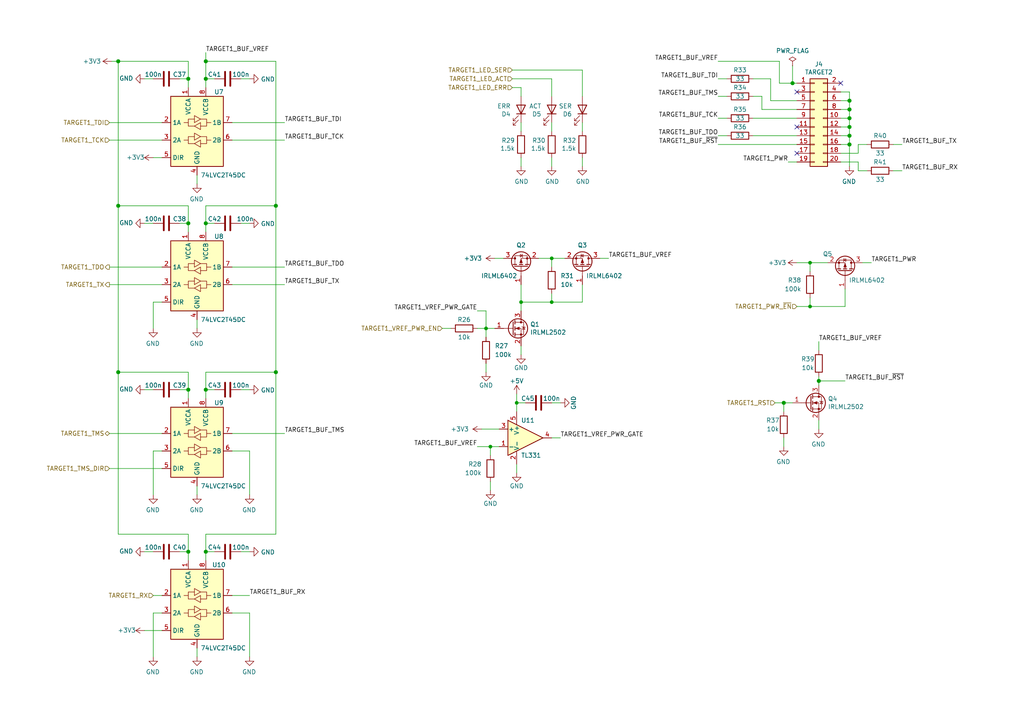
<source format=kicad_sch>
(kicad_sch (version 20210621) (generator eeschema)
  (paper "A4")
  (lib_symbols
    (symbol "Comparator:TL331" (pin_names (offset 0.127))
      (property "Reference" "U" (at 1.27 5.08 0))
      (property "Value" "TL331" (at 3.81 -5.08 0))
      (symbol "TL331_0_1"
        (polyline (pts (xy -5.08 5.08) (xy 5.08 0) (xy -5.08 -5.08) (xy -5.08 5.08)) (stroke (width 0.254)) (fill (type background)))
      )
      (symbol "TL331_1_1"
        (pin input line (at -7.62 -2.54 0) (length 2.54) (name "-") (number "1"))
        (pin power_in line (at -2.54 -7.62 90) (length 3.81) (name "V-") (number "2"))
        (pin input line (at -7.62 2.54 0) (length 2.54) (name "+") (number "3"))
        (pin open_collector line (at 7.62 0 180) (length 2.54) (name "~") (number "4"))
        (pin power_in line (at -2.54 7.62 270) (length 3.81) (name "V+") (number "5"))
      )
    )
    (symbol "Connector_Generic:Conn_02x10_Odd_Even" (pin_names (offset 1.016) hide)
      (property "Reference" "J" (at 1.27 12.7 0))
      (property "Value" "Conn_02x10_Odd_Even" (at 1.27 -15.24 0))
      (symbol "Conn_02x10_Odd_Even_1_1"
        (rectangle (start -1.27 -12.573) (end 0 -12.827) (stroke (width 0.1524)))
        (rectangle (start -1.27 -10.033) (end 0 -10.287) (stroke (width 0.1524)))
        (rectangle (start -1.27 -7.493) (end 0 -7.747) (stroke (width 0.1524)))
        (rectangle (start -1.27 -4.953) (end 0 -5.207) (stroke (width 0.1524)))
        (rectangle (start -1.27 -2.413) (end 0 -2.667) (stroke (width 0.1524)))
        (rectangle (start -1.27 0.127) (end 0 -0.127) (stroke (width 0.1524)))
        (rectangle (start -1.27 2.667) (end 0 2.413) (stroke (width 0.1524)))
        (rectangle (start -1.27 5.207) (end 0 4.953) (stroke (width 0.1524)))
        (rectangle (start -1.27 7.747) (end 0 7.493) (stroke (width 0.1524)))
        (rectangle (start -1.27 10.287) (end 0 10.033) (stroke (width 0.1524)))
        (rectangle (start 3.81 -12.573) (end 2.54 -12.827) (stroke (width 0.1524)))
        (rectangle (start 3.81 -10.033) (end 2.54 -10.287) (stroke (width 0.1524)))
        (rectangle (start 3.81 -7.493) (end 2.54 -7.747) (stroke (width 0.1524)))
        (rectangle (start 3.81 -4.953) (end 2.54 -5.207) (stroke (width 0.1524)))
        (rectangle (start 3.81 -2.413) (end 2.54 -2.667) (stroke (width 0.1524)))
        (rectangle (start 3.81 0.127) (end 2.54 -0.127) (stroke (width 0.1524)))
        (rectangle (start 3.81 2.667) (end 2.54 2.413) (stroke (width 0.1524)))
        (rectangle (start 3.81 5.207) (end 2.54 4.953) (stroke (width 0.1524)))
        (rectangle (start 3.81 7.747) (end 2.54 7.493) (stroke (width 0.1524)))
        (rectangle (start 3.81 10.287) (end 2.54 10.033) (stroke (width 0.1524)))
        (rectangle (start -1.27 11.43) (end 3.81 -13.97) (stroke (width 0.254)) (fill (type background)))
        (pin passive line (at -5.08 10.16 0) (length 3.81) (name "Pin_1") (number "1"))
        (pin passive line (at 7.62 0 180) (length 3.81) (name "Pin_10") (number "10"))
        (pin passive line (at -5.08 -2.54 0) (length 3.81) (name "Pin_11") (number "11"))
        (pin passive line (at 7.62 -2.54 180) (length 3.81) (name "Pin_12") (number "12"))
        (pin passive line (at -5.08 -5.08 0) (length 3.81) (name "Pin_13") (number "13"))
        (pin passive line (at 7.62 -5.08 180) (length 3.81) (name "Pin_14") (number "14"))
        (pin passive line (at -5.08 -7.62 0) (length 3.81) (name "Pin_15") (number "15"))
        (pin passive line (at 7.62 -7.62 180) (length 3.81) (name "Pin_16") (number "16"))
        (pin passive line (at -5.08 -10.16 0) (length 3.81) (name "Pin_17") (number "17"))
        (pin passive line (at 7.62 -10.16 180) (length 3.81) (name "Pin_18") (number "18"))
        (pin passive line (at -5.08 -12.7 0) (length 3.81) (name "Pin_19") (number "19"))
        (pin passive line (at 7.62 10.16 180) (length 3.81) (name "Pin_2") (number "2"))
        (pin passive line (at 7.62 -12.7 180) (length 3.81) (name "Pin_20") (number "20"))
        (pin passive line (at -5.08 7.62 0) (length 3.81) (name "Pin_3") (number "3"))
        (pin passive line (at 7.62 7.62 180) (length 3.81) (name "Pin_4") (number "4"))
        (pin passive line (at -5.08 5.08 0) (length 3.81) (name "Pin_5") (number "5"))
        (pin passive line (at 7.62 5.08 180) (length 3.81) (name "Pin_6") (number "6"))
        (pin passive line (at -5.08 2.54 0) (length 3.81) (name "Pin_7") (number "7"))
        (pin passive line (at 7.62 2.54 180) (length 3.81) (name "Pin_8") (number "8"))
        (pin passive line (at -5.08 0 0) (length 3.81) (name "Pin_9") (number "9"))
      )
    )
    (symbol "Device:C" (pin_numbers hide) (pin_names (offset 0.254))
      (property "Reference" "C" (at 0.635 2.54 0))
      (property "Value" "C" (at 0.635 -2.54 0))
      (symbol "C_0_1"
        (polyline (pts (xy -2.032 -0.762) (xy 2.032 -0.762)) (stroke (width 0.508)))
        (polyline (pts (xy -2.032 0.762) (xy 2.032 0.762)) (stroke (width 0.508)))
      )
      (symbol "C_1_1"
        (pin passive line (at 0 3.81 270) (length 2.794) (name "~") (number "1"))
        (pin passive line (at 0 -3.81 90) (length 2.794) (name "~") (number "2"))
      )
    )
    (symbol "Device:LED" (pin_numbers hide) (pin_names (offset 1.016) hide)
      (property "Reference" "D" (at 0 2.54 0))
      (property "Value" "LED" (at 0 -2.54 0))
      (symbol "LED_0_1"
        (polyline (pts (xy -1.27 -1.27) (xy -1.27 1.27)) (stroke (width 0.254)))
        (polyline (pts (xy -1.27 0) (xy 1.27 0)))
        (polyline (pts (xy 1.27 -1.27) (xy 1.27 1.27) (xy -1.27 0) (xy 1.27 -1.27)) (stroke (width 0.254)))
        (polyline (pts (xy -3.048 -0.762) (xy -4.572 -2.286) (xy -3.81 -2.286) (xy -4.572 -2.286) (xy -4.572 -1.524)))
        (polyline (pts (xy -1.778 -0.762) (xy -3.302 -2.286) (xy -2.54 -2.286) (xy -3.302 -2.286) (xy -3.302 -1.524)))
      )
      (symbol "LED_1_1"
        (pin passive line (at -3.81 0 0) (length 2.54) (name "K") (number "1"))
        (pin passive line (at 3.81 0 180) (length 2.54) (name "A") (number "2"))
      )
    )
    (symbol "Device:Q_NMOS_GSD" (pin_names (offset 0) hide)
      (property "Reference" "Q" (at 5.08 1.27 0))
      (property "Value" "Q_NMOS_GSD" (at 5.08 -1.27 0))
      (symbol "Q_NMOS_GSD_0_1"
        (circle (center 1.651 0) (radius 2.794) (stroke (width 0.254)))
        (circle (center 2.54 -1.778) (radius 0.254) (fill (type outline)))
        (circle (center 2.54 1.778) (radius 0.254) (fill (type outline)))
        (polyline (pts (xy 0.254 0) (xy -2.54 0)))
        (polyline (pts (xy 0.254 1.905) (xy 0.254 -1.905)) (stroke (width 0.254)))
        (polyline (pts (xy 0.762 -1.27) (xy 0.762 -2.286)) (stroke (width 0.254)))
        (polyline (pts (xy 0.762 0.508) (xy 0.762 -0.508)) (stroke (width 0.254)))
        (polyline (pts (xy 0.762 2.286) (xy 0.762 1.27)) (stroke (width 0.254)))
        (polyline (pts (xy 2.54 2.54) (xy 2.54 1.778)))
        (polyline (pts (xy 2.54 -2.54) (xy 2.54 0) (xy 0.762 0)))
        (polyline (pts (xy 0.762 -1.778) (xy 3.302 -1.778) (xy 3.302 1.778) (xy 0.762 1.778)))
        (polyline (pts (xy 2.794 0.508) (xy 2.921 0.381) (xy 3.683 0.381) (xy 3.81 0.254)))
        (polyline (pts (xy 3.302 0.381) (xy 2.921 -0.254) (xy 3.683 -0.254) (xy 3.302 0.381)))
        (polyline (pts (xy 1.016 0) (xy 2.032 0.381) (xy 2.032 -0.381) (xy 1.016 0)) (fill (type outline)))
      )
      (symbol "Q_NMOS_GSD_1_1"
        (pin input line (at -5.08 0 0) (length 2.54) (name "G") (number "1"))
        (pin passive line (at 2.54 -5.08 90) (length 2.54) (name "S") (number "2"))
        (pin passive line (at 2.54 5.08 270) (length 2.54) (name "D") (number "3"))
      )
    )
    (symbol "Device:R" (pin_numbers hide) (pin_names (offset 0))
      (property "Reference" "R" (at 2.032 0 90))
      (property "Value" "R" (at 0 0 90))
      (symbol "R_0_1"
        (rectangle (start -1.016 -2.54) (end 1.016 2.54) (stroke (width 0.254)))
      )
      (symbol "R_1_1"
        (pin passive line (at 0 3.81 270) (length 1.27) (name "~") (number "1"))
        (pin passive line (at 0 -3.81 90) (length 1.27) (name "~") (number "2"))
      )
    )
    (symbol "Logic_LevelTranslator:74LVC2T45DC"
      (property "Reference" "U" (at 6.35 -11.43 0))
      (property "Value" "74LVC2T45DC" (at 10.16 11.43 0))
      (symbol "74LVC2T45DC_1_1"
        (rectangle (start -7.62 10.16) (end 7.62 -10.16) (stroke (width 0.254)) (fill (type background)))
        (polyline (pts (xy -2.54 -2.54) (xy -2.54 -1.524) (xy -0.762 -1.524)))
        (polyline (pts (xy -2.54 2.54) (xy -2.54 3.556) (xy -0.762 3.556)))
        (polyline (pts (xy 2.794 -2.54) (xy 2.794 -3.556) (xy 1.016 -3.556)))
        (polyline (pts (xy 2.794 2.54) (xy 2.794 1.524) (xy 1.016 1.524)))
        (polyline (pts (xy -0.762 -3.556) (xy -2.54 -3.556) (xy -2.54 -2.54) (xy -3.81 -2.54)))
        (polyline (pts (xy -0.762 -2.54) (xy -0.762 -0.508) (xy 1.016 -1.524) (xy -0.762 -2.54)))
        (polyline (pts (xy -0.762 1.524) (xy -2.54 1.524) (xy -2.54 2.54) (xy -3.81 2.54)))
        (polyline (pts (xy -0.762 2.54) (xy -0.762 4.572) (xy 1.016 3.556) (xy -0.762 2.54)))
        (polyline (pts (xy 1.016 -1.524) (xy 2.794 -1.524) (xy 2.794 -2.54) (xy 4.064 -2.54)))
        (polyline (pts (xy 1.016 3.556) (xy 2.794 3.556) (xy 2.794 2.54) (xy 4.064 2.54)))
        (polyline (pts (xy 1.016 -2.54) (xy 1.016 -4.318) (xy 1.016 -4.572) (xy -0.762 -3.556) (xy 1.016 -2.54)))
        (polyline (pts (xy 1.016 2.54) (xy 1.016 0.762) (xy 1.016 0.508) (xy -0.762 1.524) (xy 1.016 2.54)))
        (pin power_in line (at -2.54 12.7 270) (length 2.54) (name "VCCA") (number "1"))
        (pin bidirectional line (at -10.16 2.54 0) (length 2.54) (name "1A") (number "2"))
        (pin bidirectional line (at -10.16 -2.54 0) (length 2.54) (name "2A") (number "3"))
        (pin power_in line (at 0 -12.7 90) (length 2.54) (name "GND") (number "4"))
        (pin input line (at -10.16 -7.62 0) (length 2.54) (name "DIR") (number "5"))
        (pin bidirectional line (at 10.16 -2.54 180) (length 2.54) (name "2B") (number "6"))
        (pin bidirectional line (at 10.16 2.54 180) (length 2.54) (name "1B") (number "7"))
        (pin power_in line (at 2.54 12.7 270) (length 2.54) (name "VCCB") (number "8"))
      )
    )
    (symbol "Transistor_FET:IRLML6402" (pin_names hide)
      (property "Reference" "Q" (at 5.08 1.905 0))
      (property "Value" "IRLML6402" (at 5.08 0 0))
      (symbol "IRLML6402_0_1"
        (circle (center 1.651 0) (radius 2.794) (stroke (width 0.254)))
        (circle (center 2.54 -1.778) (radius 0.254) (fill (type outline)))
        (circle (center 2.54 1.778) (radius 0.254) (fill (type outline)))
        (polyline (pts (xy 0.254 0) (xy -2.54 0)))
        (polyline (pts (xy 0.254 1.905) (xy 0.254 -1.905)) (stroke (width 0.254)))
        (polyline (pts (xy 0.762 -1.27) (xy 0.762 -2.286)) (stroke (width 0.254)))
        (polyline (pts (xy 0.762 0.508) (xy 0.762 -0.508)) (stroke (width 0.254)))
        (polyline (pts (xy 0.762 2.286) (xy 0.762 1.27)) (stroke (width 0.254)))
        (polyline (pts (xy 2.54 2.54) (xy 2.54 1.778)))
        (polyline (pts (xy 2.54 -2.54) (xy 2.54 0) (xy 0.762 0)))
        (polyline (pts (xy 0.762 1.778) (xy 3.302 1.778) (xy 3.302 -1.778) (xy 0.762 -1.778)))
        (polyline (pts (xy 2.794 -0.508) (xy 2.921 -0.381) (xy 3.683 -0.381) (xy 3.81 -0.254)))
        (polyline (pts (xy 3.302 -0.381) (xy 2.921 0.254) (xy 3.683 0.254) (xy 3.302 -0.381)))
        (polyline (pts (xy 2.286 0) (xy 1.27 0.381) (xy 1.27 -0.381) (xy 2.286 0)) (fill (type outline)))
      )
      (symbol "IRLML6402_1_1"
        (pin input line (at -5.08 0 0) (length 2.54) (name "G") (number "1"))
        (pin passive line (at 2.54 -5.08 90) (length 2.54) (name "S") (number "2"))
        (pin passive line (at 2.54 5.08 270) (length 2.54) (name "D") (number "3"))
      )
    )
    (symbol "power:+3V3" (power) (pin_names (offset 0))
      (property "Value" "+3V3" (at 0 3.556 0))
      (symbol "+3V3_0_1"
        (polyline (pts (xy -0.762 1.27) (xy 0 2.54)))
        (polyline (pts (xy 0 0) (xy 0 2.54)))
        (polyline (pts (xy 0 2.54) (xy 0.762 1.27)))
      )
      (symbol "+3V3_1_1"
        (pin power_in line (at 0 0 90) (length 0) hide (name "+3V3") (number "1"))
      )
    )
    (symbol "power:+5V" (power) (pin_names (offset 0))
      (property "Value" "+5V" (at 0 3.556 0))
      (symbol "+5V_0_1"
        (polyline (pts (xy -0.762 1.27) (xy 0 2.54)))
        (polyline (pts (xy 0 0) (xy 0 2.54)))
        (polyline (pts (xy 0 2.54) (xy 0.762 1.27)))
      )
      (symbol "+5V_1_1"
        (pin power_in line (at 0 0 90) (length 0) hide (name "+5V") (number "1"))
      )
    )
    (symbol "power:GND" (power) (pin_names (offset 0))
      (property "Value" "GND" (at 0 -3.81 0))
      (symbol "GND_0_1"
        (polyline (pts (xy 0 0) (xy 0 -1.27) (xy 1.27 -1.27) (xy 0 -2.54) (xy -1.27 -1.27) (xy 0 -1.27)))
      )
      (symbol "GND_1_1"
        (pin power_in line (at 0 0 270) (length 0) hide (name "GND") (number "1"))
      )
    )
    (symbol "power:PWR_FLAG" (power) (pin_numbers hide) (pin_names (offset 0) hide)
      (property "Value" "PWR_FLAG" (at 0 3.81 0))
      (symbol "PWR_FLAG_0_0"
        (pin power_out line (at 0 0 90) (length 0) (name "pwr") (number "1"))
      )
      (symbol "PWR_FLAG_0_1"
        (polyline (pts (xy 0 0) (xy 0 1.27) (xy -1.016 1.905) (xy 0 2.54) (xy 1.016 1.905) (xy 0 1.27)))
      )
    )
  )
  (junction (at 34.29 17.78) (diameter 1.016))
  (junction (at 34.29 59.69) (diameter 1.016))
  (junction (at 34.29 107.95) (diameter 1.016))
  (junction (at 54.61 22.86) (diameter 1.016))
  (junction (at 54.61 64.77) (diameter 1.016))
  (junction (at 54.61 113.03) (diameter 1.016))
  (junction (at 54.61 160.02) (diameter 1.016))
  (junction (at 59.69 17.78) (diameter 1.016))
  (junction (at 59.69 22.86) (diameter 1.016))
  (junction (at 59.69 64.77) (diameter 1.016))
  (junction (at 59.69 113.03) (diameter 1.016))
  (junction (at 59.69 160.02) (diameter 1.016))
  (junction (at 80.01 59.69) (diameter 1.016))
  (junction (at 80.01 107.95) (diameter 1.016))
  (junction (at 140.97 95.25) (diameter 0.9144))
  (junction (at 142.24 129.54) (diameter 0.9144))
  (junction (at 149.86 116.84) (diameter 0.9144))
  (junction (at 151.13 87.63) (diameter 0.9144))
  (junction (at 160.02 74.93) (diameter 0.9144))
  (junction (at 160.02 87.63) (diameter 0.9144))
  (junction (at 227.33 116.84) (diameter 1.016))
  (junction (at 229.87 24.13) (diameter 1.016))
  (junction (at 234.95 76.2) (diameter 0.9144))
  (junction (at 234.95 88.9) (diameter 0.9144))
  (junction (at 237.49 110.49) (diameter 1.016))
  (junction (at 246.38 29.21) (diameter 1.016))
  (junction (at 246.38 31.75) (diameter 1.016))
  (junction (at 246.38 34.29) (diameter 1.016))
  (junction (at 246.38 36.83) (diameter 1.016))
  (junction (at 246.38 39.37) (diameter 1.016))
  (junction (at 246.38 41.91) (diameter 1.016))
  (no_connect (at 231.14 26.67))
  (no_connect (at 231.14 36.83))
  (no_connect (at 231.14 44.45))
  (no_connect (at 243.84 24.13))
  (wire (pts (xy 32.385 17.78) (xy 34.29 17.78)))
  (wire (pts (xy 34.29 17.78) (xy 54.61 17.78)))
  (wire (pts (xy 34.29 59.69) (xy 34.29 17.78)))
  (wire (pts (xy 34.29 59.69) (xy 34.29 107.95)))
  (wire (pts (xy 34.29 107.95) (xy 34.29 154.94)))
  (wire (pts (xy 34.29 107.95) (xy 54.61 107.95)))
  (wire (pts (xy 34.29 154.94) (xy 54.61 154.94)))
  (wire (pts (xy 44.45 22.86) (xy 41.91 22.86)))
  (wire (pts (xy 44.45 64.77) (xy 41.91 64.77)))
  (wire (pts (xy 44.45 95.25) (xy 44.45 87.63)))
  (wire (pts (xy 44.45 113.03) (xy 41.91 113.03)))
  (wire (pts (xy 44.45 130.81) (xy 44.45 143.51)))
  (wire (pts (xy 44.45 160.02) (xy 41.91 160.02)))
  (wire (pts (xy 44.45 177.8) (xy 44.45 190.5)))
  (wire (pts (xy 46.99 35.56) (xy 31.75 35.56)))
  (wire (pts (xy 46.99 40.64) (xy 31.75 40.64)))
  (wire (pts (xy 46.99 45.72) (xy 44.45 45.72)))
  (wire (pts (xy 46.99 77.47) (xy 31.75 77.47)))
  (wire (pts (xy 46.99 82.55) (xy 31.75 82.55)))
  (wire (pts (xy 46.99 87.63) (xy 44.45 87.63)))
  (wire (pts (xy 46.99 125.73) (xy 31.75 125.73)))
  (wire (pts (xy 46.99 130.81) (xy 44.45 130.81)))
  (wire (pts (xy 46.99 135.89) (xy 31.75 135.89)))
  (wire (pts (xy 46.99 172.72) (xy 44.45 172.72)))
  (wire (pts (xy 46.99 177.8) (xy 44.45 177.8)))
  (wire (pts (xy 46.99 182.88) (xy 41.91 182.88)))
  (wire (pts (xy 52.07 22.86) (xy 54.61 22.86)))
  (wire (pts (xy 52.07 64.77) (xy 54.61 64.77)))
  (wire (pts (xy 52.07 113.03) (xy 54.61 113.03)))
  (wire (pts (xy 52.07 160.02) (xy 54.61 160.02)))
  (wire (pts (xy 54.61 17.78) (xy 54.61 22.86)))
  (wire (pts (xy 54.61 22.86) (xy 54.61 25.4)))
  (wire (pts (xy 54.61 59.69) (xy 34.29 59.69)))
  (wire (pts (xy 54.61 64.77) (xy 54.61 59.69)))
  (wire (pts (xy 54.61 64.77) (xy 54.61 67.31)))
  (wire (pts (xy 54.61 107.95) (xy 54.61 113.03)))
  (wire (pts (xy 54.61 113.03) (xy 54.61 115.57)))
  (wire (pts (xy 54.61 154.94) (xy 54.61 160.02)))
  (wire (pts (xy 54.61 160.02) (xy 54.61 162.56)))
  (wire (pts (xy 57.15 53.34) (xy 57.15 50.8)))
  (wire (pts (xy 57.15 95.25) (xy 57.15 92.71)))
  (wire (pts (xy 57.15 143.51) (xy 57.15 140.97)))
  (wire (pts (xy 57.15 190.5) (xy 57.15 187.96)))
  (wire (pts (xy 59.69 15.24) (xy 59.69 17.78)))
  (wire (pts (xy 59.69 17.78) (xy 59.69 22.86)))
  (wire (pts (xy 59.69 22.86) (xy 59.69 25.4)))
  (wire (pts (xy 59.69 59.69) (xy 80.01 59.69)))
  (wire (pts (xy 59.69 64.77) (xy 59.69 59.69)))
  (wire (pts (xy 59.69 64.77) (xy 59.69 67.31)))
  (wire (pts (xy 59.69 107.95) (xy 59.69 113.03)))
  (wire (pts (xy 59.69 113.03) (xy 59.69 115.57)))
  (wire (pts (xy 59.69 154.94) (xy 59.69 160.02)))
  (wire (pts (xy 59.69 160.02) (xy 59.69 162.56)))
  (wire (pts (xy 62.23 22.86) (xy 59.69 22.86)))
  (wire (pts (xy 62.23 64.77) (xy 59.69 64.77)))
  (wire (pts (xy 62.23 113.03) (xy 59.69 113.03)))
  (wire (pts (xy 62.23 160.02) (xy 59.69 160.02)))
  (wire (pts (xy 67.31 35.56) (xy 82.55 35.56)))
  (wire (pts (xy 67.31 40.64) (xy 82.55 40.64)))
  (wire (pts (xy 67.31 77.47) (xy 82.55 77.47)))
  (wire (pts (xy 67.31 82.55) (xy 82.55 82.55)))
  (wire (pts (xy 67.31 125.73) (xy 82.55 125.73)))
  (wire (pts (xy 67.31 130.81) (xy 72.39 130.81)))
  (wire (pts (xy 67.31 172.72) (xy 72.39 172.72)))
  (wire (pts (xy 67.31 177.8) (xy 72.39 177.8)))
  (wire (pts (xy 69.85 22.86) (xy 72.39 22.86)))
  (wire (pts (xy 69.85 64.77) (xy 72.39 64.77)))
  (wire (pts (xy 69.85 113.03) (xy 72.39 113.03)))
  (wire (pts (xy 69.85 160.02) (xy 72.39 160.02)))
  (wire (pts (xy 72.39 130.81) (xy 72.39 143.51)))
  (wire (pts (xy 72.39 177.8) (xy 72.39 190.5)))
  (wire (pts (xy 80.01 17.78) (xy 59.69 17.78)))
  (wire (pts (xy 80.01 59.69) (xy 80.01 17.78)))
  (wire (pts (xy 80.01 59.69) (xy 80.01 107.95)))
  (wire (pts (xy 80.01 107.95) (xy 59.69 107.95)))
  (wire (pts (xy 80.01 107.95) (xy 80.01 154.94)))
  (wire (pts (xy 80.01 154.94) (xy 59.69 154.94)))
  (wire (pts (xy 128.27 95.25) (xy 130.81 95.25)))
  (wire (pts (xy 138.43 90.17) (xy 140.97 90.17)))
  (wire (pts (xy 138.43 95.25) (xy 140.97 95.25)))
  (wire (pts (xy 138.43 129.54) (xy 142.24 129.54)))
  (wire (pts (xy 139.7 124.46) (xy 144.78 124.46)))
  (wire (pts (xy 140.97 95.25) (xy 140.97 90.17)))
  (wire (pts (xy 140.97 95.25) (xy 140.97 97.79)))
  (wire (pts (xy 140.97 95.25) (xy 143.51 95.25)))
  (wire (pts (xy 140.97 105.41) (xy 140.97 107.95)))
  (wire (pts (xy 142.24 129.54) (xy 142.24 132.08)))
  (wire (pts (xy 142.24 129.54) (xy 144.78 129.54)))
  (wire (pts (xy 142.24 139.7) (xy 142.24 142.24)))
  (wire (pts (xy 143.51 74.93) (xy 146.05 74.93)))
  (wire (pts (xy 148.59 20.32) (xy 168.91 20.32)))
  (wire (pts (xy 148.59 22.86) (xy 160.02 22.86)))
  (wire (pts (xy 148.59 25.4) (xy 151.13 25.4)))
  (wire (pts (xy 149.86 114.3) (xy 149.86 116.84)))
  (wire (pts (xy 149.86 116.84) (xy 149.86 119.38)))
  (wire (pts (xy 149.86 134.62) (xy 149.86 137.16)))
  (wire (pts (xy 151.13 27.94) (xy 151.13 25.4)))
  (wire (pts (xy 151.13 35.56) (xy 151.13 38.1)))
  (wire (pts (xy 151.13 45.72) (xy 151.13 48.26)))
  (wire (pts (xy 151.13 82.55) (xy 151.13 87.63)))
  (wire (pts (xy 151.13 87.63) (xy 160.02 87.63)))
  (wire (pts (xy 151.13 90.17) (xy 151.13 87.63)))
  (wire (pts (xy 151.13 100.33) (xy 151.13 102.87)))
  (wire (pts (xy 152.4 116.84) (xy 149.86 116.84)))
  (wire (pts (xy 156.21 74.93) (xy 160.02 74.93)))
  (wire (pts (xy 160.02 27.94) (xy 160.02 22.86)))
  (wire (pts (xy 160.02 35.56) (xy 160.02 38.1)))
  (wire (pts (xy 160.02 45.72) (xy 160.02 48.26)))
  (wire (pts (xy 160.02 74.93) (xy 160.02 77.47)))
  (wire (pts (xy 160.02 74.93) (xy 163.83 74.93)))
  (wire (pts (xy 160.02 85.09) (xy 160.02 87.63)))
  (wire (pts (xy 160.02 87.63) (xy 168.91 87.63)))
  (wire (pts (xy 160.02 116.84) (xy 162.56 116.84)))
  (wire (pts (xy 160.02 127) (xy 162.56 127)))
  (wire (pts (xy 168.91 20.32) (xy 168.91 27.94)))
  (wire (pts (xy 168.91 35.56) (xy 168.91 38.1)))
  (wire (pts (xy 168.91 45.72) (xy 168.91 48.26)))
  (wire (pts (xy 168.91 87.63) (xy 168.91 82.55)))
  (wire (pts (xy 173.99 74.93) (xy 176.53 74.93)))
  (wire (pts (xy 208.28 22.86) (xy 210.82 22.86)))
  (wire (pts (xy 208.28 27.94) (xy 210.82 27.94)))
  (wire (pts (xy 208.28 34.29) (xy 210.82 34.29)))
  (wire (pts (xy 208.28 39.37) (xy 210.82 39.37)))
  (wire (pts (xy 218.44 22.86) (xy 223.52 22.86)))
  (wire (pts (xy 218.44 27.94) (xy 220.98 27.94)))
  (wire (pts (xy 218.44 34.29) (xy 231.14 34.29)))
  (wire (pts (xy 218.44 39.37) (xy 231.14 39.37)))
  (wire (pts (xy 220.98 27.94) (xy 220.98 31.75)))
  (wire (pts (xy 220.98 31.75) (xy 231.14 31.75)))
  (wire (pts (xy 223.52 22.86) (xy 223.52 29.21)))
  (wire (pts (xy 223.52 29.21) (xy 231.14 29.21)))
  (wire (pts (xy 226.06 17.78) (xy 208.28 17.78)))
  (wire (pts (xy 226.06 17.78) (xy 226.06 24.13)))
  (wire (pts (xy 226.06 24.13) (xy 229.87 24.13)))
  (wire (pts (xy 227.33 116.84) (xy 224.79 116.84)))
  (wire (pts (xy 227.33 116.84) (xy 229.87 116.84)))
  (wire (pts (xy 227.33 119.38) (xy 227.33 116.84)))
  (wire (pts (xy 227.33 129.54) (xy 227.33 127)))
  (wire (pts (xy 229.87 19.05) (xy 229.87 24.13)))
  (wire (pts (xy 231.14 24.13) (xy 229.87 24.13)))
  (wire (pts (xy 231.14 41.91) (xy 208.28 41.91)))
  (wire (pts (xy 231.14 46.99) (xy 228.6 46.99)))
  (wire (pts (xy 231.14 76.2) (xy 234.95 76.2)))
  (wire (pts (xy 231.14 88.9) (xy 234.95 88.9)))
  (wire (pts (xy 234.95 76.2) (xy 234.95 78.74)))
  (wire (pts (xy 234.95 76.2) (xy 240.03 76.2)))
  (wire (pts (xy 234.95 86.36) (xy 234.95 88.9)))
  (wire (pts (xy 234.95 88.9) (xy 245.11 88.9)))
  (wire (pts (xy 237.49 99.06) (xy 237.49 101.6)))
  (wire (pts (xy 237.49 109.22) (xy 237.49 110.49)))
  (wire (pts (xy 237.49 110.49) (xy 237.49 111.76)))
  (wire (pts (xy 237.49 110.49) (xy 245.11 110.49)))
  (wire (pts (xy 237.49 124.46) (xy 237.49 121.92)))
  (wire (pts (xy 243.84 26.67) (xy 246.38 26.67)))
  (wire (pts (xy 243.84 29.21) (xy 246.38 29.21)))
  (wire (pts (xy 243.84 31.75) (xy 246.38 31.75)))
  (wire (pts (xy 243.84 34.29) (xy 246.38 34.29)))
  (wire (pts (xy 243.84 36.83) (xy 246.38 36.83)))
  (wire (pts (xy 243.84 39.37) (xy 246.38 39.37)))
  (wire (pts (xy 243.84 41.91) (xy 246.38 41.91)))
  (wire (pts (xy 243.84 44.45) (xy 248.92 44.45)))
  (wire (pts (xy 243.84 46.99) (xy 248.92 46.99)))
  (wire (pts (xy 245.11 88.9) (xy 245.11 83.82)))
  (wire (pts (xy 246.38 26.67) (xy 246.38 29.21)))
  (wire (pts (xy 246.38 29.21) (xy 246.38 31.75)))
  (wire (pts (xy 246.38 31.75) (xy 246.38 34.29)))
  (wire (pts (xy 246.38 34.29) (xy 246.38 36.83)))
  (wire (pts (xy 246.38 36.83) (xy 246.38 39.37)))
  (wire (pts (xy 246.38 39.37) (xy 246.38 41.91)))
  (wire (pts (xy 246.38 41.91) (xy 246.38 48.26)))
  (wire (pts (xy 248.92 41.91) (xy 251.46 41.91)))
  (wire (pts (xy 248.92 44.45) (xy 248.92 41.91)))
  (wire (pts (xy 248.92 46.99) (xy 248.92 49.53)))
  (wire (pts (xy 248.92 49.53) (xy 251.46 49.53)))
  (wire (pts (xy 250.19 76.2) (xy 252.73 76.2)))
  (wire (pts (xy 259.08 41.91) (xy 261.62 41.91)))
  (wire (pts (xy 259.08 49.53) (xy 261.62 49.53)))
  (label "TARGET1_BUF_VREF" (at 59.69 15.24 0))
  (label "TARGET1_BUF_RX" (at 72.39 172.72 0))
  (label "TARGET1_BUF_TDI" (at 82.55 35.56 0))
  (label "TARGET1_BUF_TCK" (at 82.55 40.64 0))
  (label "TARGET1_BUF_TDO" (at 82.55 77.47 0))
  (label "TARGET1_BUF_TX" (at 82.55 82.55 0))
  (label "TARGET1_BUF_TMS" (at 82.55 125.73 0))
  (label "TARGET1_VREF_PWR_GATE" (at 138.43 90.17 180))
  (label "TARGET1_BUF_VREF" (at 138.43 129.54 180))
  (label "TARGET1_VREF_PWR_GATE" (at 162.56 127 0))
  (label "TARGET1_BUF_VREF" (at 176.53 74.93 0))
  (label "TARGET1_BUF_VREF" (at 208.28 17.78 180))
  (label "TARGET1_BUF_TDI" (at 208.28 22.86 180))
  (label "TARGET1_BUF_TMS" (at 208.28 27.94 180))
  (label "TARGET1_BUF_TCK" (at 208.28 34.29 180))
  (label "TARGET1_BUF_TDO" (at 208.28 39.37 180))
  (label "TARGET1_BUF_~{RST}" (at 208.28 41.91 180))
  (label "TARGET1_PWR" (at 228.6 46.99 180))
  (label "TARGET1_BUF_VREF" (at 237.49 99.06 0))
  (label "TARGET1_BUF_~{RST}" (at 245.11 110.49 0))
  (label "TARGET1_PWR" (at 252.73 76.2 0))
  (label "TARGET1_BUF_TX" (at 261.62 41.91 0))
  (label "TARGET1_BUF_RX" (at 261.62 49.53 0))
  (hierarchical_label "TARGET1_TDI" (shape input) (at 31.75 35.56 180))
  (hierarchical_label "TARGET1_TCK" (shape input) (at 31.75 40.64 180))
  (hierarchical_label "TARGET1_TDO" (shape output) (at 31.75 77.47 180))
  (hierarchical_label "TARGET1_TX" (shape output) (at 31.75 82.55 180))
  (hierarchical_label "TARGET1_TMS" (shape bidirectional) (at 31.75 125.73 180))
  (hierarchical_label "TARGET1_TMS_DIR" (shape input) (at 31.75 135.89 180))
  (hierarchical_label "TARGET1_RX" (shape input) (at 44.45 172.72 180))
  (hierarchical_label "TARGET1_VREF_PWR_EN" (shape input) (at 128.27 95.25 180))
  (hierarchical_label "TARGET1_LED_SER" (shape input) (at 148.59 20.32 180))
  (hierarchical_label "TARGET1_LED_ACT" (shape input) (at 148.59 22.86 180))
  (hierarchical_label "TARGET1_LED_ERR" (shape input) (at 148.59 25.4 180))
  (hierarchical_label "TARGET1_RST" (shape input) (at 224.79 116.84 180))
  (hierarchical_label "TARGET1_PWR_~{EN}" (shape input) (at 231.14 88.9 180))
  (symbol (lib_id "power:+3V3") (at 32.385 17.78 90) (unit 1)
    (property "Reference" "#PWR070" (effects hide))
    (property "Value" "+3V3" (at 26.67 17.78 90))
  )
  (symbol (lib_id "power:+3V3") (at 41.91 182.88 90) (unit 1)
    (property "Reference" "#PWR075" (effects hide))
    (property "Value" "+3V3" (at 36.7538 182.8038 90))
  )
  (symbol (lib_id "power:+3V3") (at 44.45 45.72 90) (unit 1)
    (property "Reference" "#PWR076" (effects hide))
    (property "Value" "+3V3" (at 39.2938 45.6438 90))
  )
  (symbol (lib_id "power:+3V3") (at 139.7 124.46 90) (unit 1)
    (property "Reference" "#PWR090" (effects hide))
    (property "Value" "+3V3" (at 133.35 124.46 90))
  )
  (symbol (lib_id "power:+3V3") (at 143.51 74.93 90) (unit 1)
    (property "Reference" "#PWR093" (effects hide))
    (property "Value" "+3V3" (at 137.16 74.93 90))
  )
  (symbol (lib_id "power:+5V") (at 149.86 114.3 0) (unit 1)
    (property "Reference" "#PWR094" (effects hide))
    (property "Value" "+5V" (at 149.86 110.49 0))
  )
  (symbol (lib_id "power:+3V3") (at 231.14 76.2 90) (unit 1)
    (property "Reference" "#PWR0102" (effects hide))
    (property "Value" "+3V3" (at 225.425 76.2 90))
  )
  (symbol (lib_id "power:PWR_FLAG") (at 229.87 19.05 0) (unit 1)
    (property "Reference" "#FLG04" (effects hide))
    (property "Value" "PWR_FLAG" (at 229.87 14.732 0))
  )
  (symbol (lib_id "power:GND") (at 41.91 22.86 270) (mirror x) (unit 1)
    (property "Reference" "#PWR071" (effects hide))
    (property "Value" "GND" (at 38.6588 22.733 90) (effects (justify right)))
  )
  (symbol (lib_id "power:GND") (at 41.91 64.77 270) (mirror x) (unit 1)
    (property "Reference" "#PWR072" (effects hide))
    (property "Value" "GND" (at 38.6588 64.643 90) (effects (justify right)))
  )
  (symbol (lib_id "power:GND") (at 41.91 113.03 270) (mirror x) (unit 1)
    (property "Reference" "#PWR073" (effects hide))
    (property "Value" "GND" (at 38.6588 112.903 90) (effects (justify right)))
  )
  (symbol (lib_id "power:GND") (at 41.91 160.02 270) (mirror x) (unit 1)
    (property "Reference" "#PWR074" (effects hide))
    (property "Value" "GND" (at 38.6588 159.893 90) (effects (justify right)))
  )
  (symbol (lib_id "power:GND") (at 44.45 95.25 0) (mirror y) (unit 1)
    (property "Reference" "#PWR077" (effects hide))
    (property "Value" "GND" (at 44.323 99.6442 0))
  )
  (symbol (lib_id "power:GND") (at 44.45 143.51 0) (mirror y) (unit 1)
    (property "Reference" "#PWR078" (effects hide))
    (property "Value" "GND" (at 44.323 147.9042 0))
  )
  (symbol (lib_id "power:GND") (at 44.45 190.5 0) (mirror y) (unit 1)
    (property "Reference" "#PWR079" (effects hide))
    (property "Value" "GND" (at 44.323 194.8942 0))
  )
  (symbol (lib_id "power:GND") (at 57.15 53.34 0) (mirror y) (unit 1)
    (property "Reference" "#PWR080" (effects hide))
    (property "Value" "GND" (at 57.023 57.7342 0))
  )
  (symbol (lib_id "power:GND") (at 57.15 95.25 0) (mirror y) (unit 1)
    (property "Reference" "#PWR081" (effects hide))
    (property "Value" "GND" (at 57.023 99.6442 0))
  )
  (symbol (lib_id "power:GND") (at 57.15 143.51 0) (mirror y) (unit 1)
    (property "Reference" "#PWR082" (effects hide))
    (property "Value" "GND" (at 57.023 147.9042 0))
  )
  (symbol (lib_id "power:GND") (at 57.15 190.5 0) (mirror y) (unit 1)
    (property "Reference" "#PWR083" (effects hide))
    (property "Value" "GND" (at 57.023 194.8942 0))
  )
  (symbol (lib_id "power:GND") (at 72.39 22.86 90) (mirror x) (unit 1)
    (property "Reference" "#PWR084" (effects hide))
    (property "Value" "GND" (at 75.6412 22.987 90) (effects (justify right)))
  )
  (symbol (lib_id "power:GND") (at 72.39 64.77 90) (mirror x) (unit 1)
    (property "Reference" "#PWR085" (effects hide))
    (property "Value" "GND" (at 75.6412 64.897 90) (effects (justify right)))
  )
  (symbol (lib_id "power:GND") (at 72.39 113.03 90) (mirror x) (unit 1)
    (property "Reference" "#PWR086" (effects hide))
    (property "Value" "GND" (at 75.6412 113.157 90) (effects (justify right)))
  )
  (symbol (lib_id "power:GND") (at 72.39 143.51 0) (mirror y) (unit 1)
    (property "Reference" "#PWR087" (effects hide))
    (property "Value" "GND" (at 72.263 147.9042 0))
  )
  (symbol (lib_id "power:GND") (at 72.39 160.02 90) (mirror x) (unit 1)
    (property "Reference" "#PWR088" (effects hide))
    (property "Value" "GND" (at 75.6412 160.147 90) (effects (justify right)))
  )
  (symbol (lib_id "power:GND") (at 72.39 190.5 0) (mirror y) (unit 1)
    (property "Reference" "#PWR089" (effects hide))
    (property "Value" "GND" (at 72.263 194.8942 0))
  )
  (symbol (lib_id "power:GND") (at 140.97 107.95 0) (unit 1)
    (property "Reference" "#PWR091" (effects hide))
    (property "Value" "GND" (at 140.97 111.76 0))
  )
  (symbol (lib_id "power:GND") (at 142.24 142.24 0) (unit 1)
    (property "Reference" "#PWR092" (effects hide))
    (property "Value" "GND" (at 142.24 146.05 0))
  )
  (symbol (lib_id "power:GND") (at 149.86 137.16 0) (unit 1)
    (property "Reference" "#PWR095" (effects hide))
    (property "Value" "GND" (at 149.86 140.97 0))
  )
  (symbol (lib_id "power:GND") (at 151.13 48.26 0) (unit 1)
    (property "Reference" "#PWR096" (effects hide))
    (property "Value" "GND" (at 151.257 52.6542 0))
  )
  (symbol (lib_id "power:GND") (at 151.13 102.87 0) (unit 1)
    (property "Reference" "#PWR097" (effects hide))
    (property "Value" "GND" (at 151.13 106.68 0))
  )
  (symbol (lib_id "power:GND") (at 160.02 48.26 0) (unit 1)
    (property "Reference" "#PWR098" (effects hide))
    (property "Value" "GND" (at 160.147 52.6542 0))
  )
  (symbol (lib_id "power:GND") (at 162.56 116.84 90) (unit 1)
    (property "Reference" "#PWR099" (effects hide))
    (property "Value" "GND" (at 166.37 116.84 0))
  )
  (symbol (lib_id "power:GND") (at 168.91 48.26 0) (unit 1)
    (property "Reference" "#PWR0100" (effects hide))
    (property "Value" "GND" (at 169.037 52.6542 0))
  )
  (symbol (lib_id "power:GND") (at 227.33 129.54 0) (mirror y) (unit 1)
    (property "Reference" "#PWR0101" (effects hide))
    (property "Value" "GND" (at 227.203 133.9342 0))
  )
  (symbol (lib_id "power:GND") (at 237.49 124.46 0) (mirror y) (unit 1)
    (property "Reference" "#PWR0103" (effects hide))
    (property "Value" "GND" (at 237.363 128.8542 0))
  )
  (symbol (lib_id "power:GND") (at 246.38 48.26 0) (mirror y) (unit 1)
    (property "Reference" "#PWR0104" (effects hide))
    (property "Value" "GND" (at 246.253 52.6542 0))
  )
  (symbol (lib_id "Device:R") (at 134.62 95.25 90) (unit 1)
    (property "Reference" "R26" (at 134.62 92.71 90))
    (property "Value" "10k" (at 134.62 97.79 90))
    (property "Footprint" "Resistor_SMD:R_0402_1005Metric" (effects hide))
  )
  (symbol (lib_id "Device:R") (at 140.97 101.6 0) (unit 1)
    (property "Reference" "R27" (at 143.51 100.3299 0) (effects (justify left)))
    (property "Value" "100k" (at 143.51 102.8699 0) (effects (justify left)))
    (property "Footprint" "Resistor_SMD:R_0402_1005Metric" (effects hide))
  )
  (symbol (lib_id "Device:R") (at 142.24 135.89 0) (mirror x) (unit 1)
    (property "Reference" "R28" (at 139.7 134.6199 0) (effects (justify right)))
    (property "Value" "100k" (at 139.7 137.1599 0) (effects (justify right)))
    (property "Footprint" "Resistor_SMD:R_0402_1005Metric" (effects hide))
  )
  (symbol (lib_id "Device:R") (at 151.13 41.91 0) (mirror y) (unit 1)
    (property "Reference" "R29" (at 149.352 40.7416 0) (effects (justify left)))
    (property "Value" "1.5k" (at 149.352 43.053 0) (effects (justify left)))
    (property "Footprint" "Resistor_SMD:R_0402_1005Metric" (effects hide))
    (property "Part Number" "RC0402FR-071K5L" (effects hide))
  )
  (symbol (lib_id "Device:R") (at 160.02 41.91 0) (mirror y) (unit 1)
    (property "Reference" "R30" (at 158.242 40.7416 0) (effects (justify left)))
    (property "Value" "1.5k" (at 158.242 43.053 0) (effects (justify left)))
    (property "Footprint" "Resistor_SMD:R_0402_1005Metric" (effects hide))
    (property "Part Number" "RC0402FR-071K5L" (effects hide))
  )
  (symbol (lib_id "Device:R") (at 160.02 81.28 0) (unit 1)
    (property "Reference" "R31" (at 162.56 80.0099 0) (effects (justify left)))
    (property "Value" "10k" (at 162.56 82.5499 0) (effects (justify left)))
    (property "Footprint" "Resistor_SMD:R_0402_1005Metric" (effects hide))
  )
  (symbol (lib_id "Device:R") (at 168.91 41.91 0) (mirror y) (unit 1)
    (property "Reference" "R32" (at 167.132 40.7416 0) (effects (justify left)))
    (property "Value" "1.5k" (at 167.132 43.053 0) (effects (justify left)))
    (property "Footprint" "Resistor_SMD:R_0402_1005Metric" (effects hide))
    (property "Part Number" "RC0402FR-071K5L" (effects hide))
  )
  (symbol (lib_id "Device:R") (at 214.63 22.86 90) (unit 1)
    (property "Reference" "R33" (at 214.63 20.32 90))
    (property "Value" "33" (at 214.63 22.86 90))
    (property "Footprint" "Resistor_SMD:R_0402_1005Metric" (effects hide))
    (property "Part Number" "RC0402FR-07100KL" (effects hide))
  )
  (symbol (lib_id "Device:R") (at 214.63 27.94 90) (unit 1)
    (property "Reference" "R34" (at 214.63 25.4 90))
    (property "Value" "33" (at 214.63 27.94 90))
    (property "Footprint" "Resistor_SMD:R_0402_1005Metric" (effects hide))
    (property "Part Number" "RC0402FR-07100KL" (effects hide))
  )
  (symbol (lib_id "Device:R") (at 214.63 34.29 90) (unit 1)
    (property "Reference" "R35" (at 214.63 31.75 90))
    (property "Value" "33" (at 214.63 34.29 90))
    (property "Footprint" "Resistor_SMD:R_0402_1005Metric" (effects hide))
    (property "Part Number" "RC0402FR-07100KL" (effects hide))
  )
  (symbol (lib_id "Device:R") (at 214.63 39.37 90) (unit 1)
    (property "Reference" "R36" (at 214.63 36.83 90))
    (property "Value" "33" (at 214.63 39.37 90))
    (property "Footprint" "Resistor_SMD:R_0402_1005Metric" (effects hide))
    (property "Part Number" "RC0402FR-07100KL" (effects hide))
  )
  (symbol (lib_id "Device:R") (at 227.33 123.19 0) (mirror y) (unit 1)
    (property "Reference" "R37" (at 224.155 121.92 0))
    (property "Value" "10k" (at 224.155 124.46 0))
    (property "Footprint" "Resistor_SMD:R_0402_1005Metric" (effects hide))
    (property "Part Number" "RC0402FR-0710KL" (effects hide))
  )
  (symbol (lib_id "Device:R") (at 234.95 82.55 0) (mirror x) (unit 1)
    (property "Reference" "R38" (at 232.41 81.2799 0) (effects (justify right)))
    (property "Value" "100k" (at 232.41 83.8199 0) (effects (justify right)))
    (property "Footprint" "Resistor_SMD:R_0402_1005Metric" (effects hide))
  )
  (symbol (lib_id "Device:R") (at 237.49 105.41 0) (mirror y) (unit 1)
    (property "Reference" "R39" (at 234.315 104.14 0))
    (property "Value" "10k" (at 234.315 106.68 0))
    (property "Footprint" "Resistor_SMD:R_0402_1005Metric" (effects hide))
    (property "Part Number" "RC0402FR-0710KL" (effects hide))
  )
  (symbol (lib_id "Device:R") (at 255.27 41.91 90) (unit 1)
    (property "Reference" "R40" (at 255.27 39.37 90))
    (property "Value" "33" (at 255.27 44.45 90))
    (property "Footprint" "Resistor_SMD:R_0402_1005Metric" (effects hide))
    (property "Part Number" "RC0402FR-07100KL" (effects hide))
  )
  (symbol (lib_id "Device:R") (at 255.27 49.53 90) (unit 1)
    (property "Reference" "R41" (at 255.27 46.99 90))
    (property "Value" "33" (at 255.27 52.07 90))
    (property "Footprint" "Resistor_SMD:R_0402_1005Metric" (effects hide))
    (property "Part Number" "RC0402FR-07100KL" (effects hide))
  )
  (symbol (lib_id "Device:LED") (at 151.13 31.75 270) (mirror x) (unit 1)
    (property "Reference" "D4" (at 148.1328 33.0962 90) (effects (justify right)))
    (property "Value" "ERR" (at 148.1328 30.7848 90) (effects (justify right)))
    (property "Footprint" "LED_SMD:LED_0603_1608Metric" (effects hide))
  )
  (symbol (lib_id "Device:LED") (at 160.02 31.75 270) (mirror x) (unit 1)
    (property "Reference" "D5" (at 157.0228 33.0962 90) (effects (justify right)))
    (property "Value" "ACT" (at 157.0228 30.7848 90) (effects (justify right)))
    (property "Footprint" "LED_SMD:LED_0603_1608Metric" (effects hide))
  )
  (symbol (lib_id "Device:LED") (at 168.91 31.75 270) (mirror x) (unit 1)
    (property "Reference" "D6" (at 165.9128 33.0962 90) (effects (justify right)))
    (property "Value" "SER" (at 165.9128 30.7848 90) (effects (justify right)))
    (property "Footprint" "LED_SMD:LED_0603_1608Metric" (effects hide))
    (property "Part Number" "FYLS-0603UYC" (effects hide))
  )
  (symbol (lib_id "Device:C") (at 48.26 22.86 270) (unit 1)
    (property "Reference" "C37" (at 52.07 21.59 90))
    (property "Value" "100n" (at 44.45 21.59 90))
    (property "Footprint" "Capacitor_SMD:C_0402_1005Metric" (effects hide))
    (property "Part Number" "CC0402KRX7R7BB104" (effects hide))
  )
  (symbol (lib_id "Device:C") (at 48.26 64.77 270) (unit 1)
    (property "Reference" "C38" (at 52.07 63.5 90))
    (property "Value" "100n" (at 44.45 63.5 90))
    (property "Footprint" "Capacitor_SMD:C_0402_1005Metric" (effects hide))
    (property "Part Number" "CC0402KRX7R7BB104" (effects hide))
  )
  (symbol (lib_id "Device:C") (at 48.26 113.03 270) (unit 1)
    (property "Reference" "C39" (at 52.07 111.76 90))
    (property "Value" "100n" (at 44.45 111.76 90))
    (property "Footprint" "Capacitor_SMD:C_0402_1005Metric" (effects hide))
    (property "Part Number" "CC0402KRX7R7BB104" (effects hide))
  )
  (symbol (lib_id "Device:C") (at 48.26 160.02 270) (unit 1)
    (property "Reference" "C40" (at 52.07 158.75 90))
    (property "Value" "100n" (at 44.45 158.75 90))
    (property "Footprint" "Capacitor_SMD:C_0402_1005Metric" (effects hide))
    (property "Part Number" "CC0402KRX7R7BB104" (effects hide))
  )
  (symbol (lib_id "Device:C") (at 66.04 22.86 270) (unit 1)
    (property "Reference" "C41" (at 62.23 21.59 90))
    (property "Value" "100n" (at 69.85 21.59 90))
    (property "Footprint" "Capacitor_SMD:C_0402_1005Metric" (effects hide))
    (property "Part Number" "CC0402KRX7R7BB104" (effects hide))
  )
  (symbol (lib_id "Device:C") (at 66.04 64.77 270) (unit 1)
    (property "Reference" "C42" (at 62.23 63.5 90))
    (property "Value" "100n" (at 71.12 63.5 90))
    (property "Footprint" "Capacitor_SMD:C_0402_1005Metric" (effects hide))
    (property "Part Number" "CC0402KRX7R7BB104" (effects hide))
  )
  (symbol (lib_id "Device:C") (at 66.04 113.03 270) (unit 1)
    (property "Reference" "C43" (at 62.23 111.76 90))
    (property "Value" "100n" (at 69.85 111.76 90))
    (property "Footprint" "Capacitor_SMD:C_0402_1005Metric" (effects hide))
    (property "Part Number" "CC0402KRX7R7BB104" (effects hide))
  )
  (symbol (lib_id "Device:C") (at 66.04 160.02 270) (unit 1)
    (property "Reference" "C44" (at 62.23 158.75 90))
    (property "Value" "100n" (at 69.85 158.75 90))
    (property "Footprint" "Capacitor_SMD:C_0402_1005Metric" (effects hide))
    (property "Part Number" "CC0402KRX7R7BB104" (effects hide))
  )
  (symbol (lib_id "Device:C") (at 156.21 116.84 90) (unit 1)
    (property "Reference" "C45" (at 151.1301 115.57 90) (effects (justify right)))
    (property "Value" "100n" (at 157.4801 115.57 90) (effects (justify right)))
    (property "Footprint" "Capacitor_SMD:C_0402_1005Metric" (effects hide))
  )
  (symbol (lib_id "Device:Q_NMOS_GSD") (at 148.59 95.25 0) (unit 1)
    (property "Reference" "Q1" (at 153.7716 94.0816 0) (effects (justify left)))
    (property "Value" "IRLML2502" (at 153.7716 96.393 0) (effects (justify left)))
    (property "Footprint" "Package_TO_SOT_SMD:SOT-23" (effects hide))
    (property "Part Number" "IRLML2502TRPBF" (effects hide))
  )
  (symbol (lib_id "Transistor_FET:IRLML6402") (at 151.13 77.47 90) (unit 1)
    (property "Reference" "Q2" (at 151.13 71.12 90))
    (property "Value" "IRLML6402" (at 144.78 80.01 90))
    (property "Footprint" "Package_TO_SOT_SMD:SOT-23" (effects hide))
    (property "Datasheet" "https://www.infineon.com/dgdl/irlml6402pbf.pdf?fileId=5546d462533600a401535668d5c2263c" (effects hide))
  )
  (symbol (lib_id "Transistor_FET:IRLML6402") (at 168.91 77.47 270) (mirror x) (unit 1)
    (property "Reference" "Q3" (at 168.91 71.12 90))
    (property "Value" "IRLML6402" (at 175.26 80.01 90))
    (property "Footprint" "Package_TO_SOT_SMD:SOT-23" (effects hide))
    (property "Datasheet" "https://www.infineon.com/dgdl/irlml6402pbf.pdf?fileId=5546d462533600a401535668d5c2263c" (effects hide))
  )
  (symbol (lib_id "Device:Q_NMOS_GSD") (at 234.95 116.84 0) (unit 1)
    (property "Reference" "Q4" (at 240.1316 115.6716 0) (effects (justify left)))
    (property "Value" "IRLML2502" (at 240.1316 117.983 0) (effects (justify left)))
    (property "Footprint" "Package_TO_SOT_SMD:SOT-23" (effects hide))
    (property "Part Number" "IRLML2502TRPBF" (effects hide))
  )
  (symbol (lib_id "Transistor_FET:IRLML6402") (at 245.11 78.74 270) (mirror x) (unit 1)
    (property "Reference" "Q5" (at 240.03 73.66 90))
    (property "Value" "IRLML6402" (at 251.46 81.28 90))
    (property "Footprint" "Package_TO_SOT_SMD:SOT-23" (effects hide))
    (property "Datasheet" "https://www.infineon.com/dgdl/irlml6402pbf.pdf?fileId=5546d462533600a401535668d5c2263c" (effects hide))
  )
  (symbol (lib_id "Comparator:TL331") (at 152.4 127 0) (unit 1)
    (property "Reference" "U11" (at 151.13 121.9199 0) (effects (justify left)))
    (property "Value" "TL331" (at 151.13 132.0799 0) (effects (justify left)))
    (property "Footprint" "Package_TO_SOT_SMD:SOT-23-5" (effects hide))
    (property "Datasheet" "http://www.ti.com/lit/ds/symlink/tl331.pdf" (effects hide))
  )
  (symbol (lib_id "Connector_Generic:Conn_02x10_Odd_Even") (at 236.22 34.29 0) (unit 1)
    (property "Reference" "J4" (at 237.49 18.6182 0))
    (property "Value" "TARGET2" (at 237.49 20.9296 0))
    (property "Footprint" "Connector_IDC:IDC-Header_2x10_P2.54mm_Horizontal" (effects hide))
    (property "Part Number" "BH-20R" (effects hide))
  )
  (symbol (lib_id "Logic_LevelTranslator:74LVC2T45DC") (at 57.15 38.1 0) (unit 1)
    (property "Reference" "U7" (at 63.5 26.67 0))
    (property "Value" "74LVC2T45DC" (at 64.77 50.8 0))
    (property "Footprint" "Package_SO:VSSOP-8_2.3x2mm_P0.5mm" (effects hide))
    (property "Datasheet" "https://assets.nexperia.com/documents/data-sheet/74LVC_LVCH2T45.pdf" (effects hide))
    (property "Part Number" "SN74LVC2T45DCUR" (effects hide))
  )
  (symbol (lib_id "Logic_LevelTranslator:74LVC2T45DC") (at 57.15 80.01 0) (unit 1)
    (property "Reference" "U8" (at 63.5 68.58 0))
    (property "Value" "74LVC2T45DC" (at 64.77 92.71 0))
    (property "Footprint" "Package_SO:VSSOP-8_2.3x2mm_P0.5mm" (effects hide))
    (property "Datasheet" "https://assets.nexperia.com/documents/data-sheet/74LVC_LVCH2T45.pdf" (effects hide))
    (property "Part Number" "SN74LVC2T45DCUR" (effects hide))
  )
  (symbol (lib_id "Logic_LevelTranslator:74LVC2T45DC") (at 57.15 128.27 0) (unit 1)
    (property "Reference" "U9" (at 63.5 116.84 0))
    (property "Value" "74LVC2T45DC" (at 64.77 140.97 0))
    (property "Footprint" "Package_SO:VSSOP-8_2.3x2mm_P0.5mm" (effects hide))
    (property "Datasheet" "https://assets.nexperia.com/documents/data-sheet/74LVC_LVCH2T45.pdf" (effects hide))
    (property "Part Number" "SN74LVC2T45DCUR" (effects hide))
  )
  (symbol (lib_id "Logic_LevelTranslator:74LVC2T45DC") (at 57.15 175.26 0) (unit 1)
    (property "Reference" "U10" (at 63.5 163.83 0))
    (property "Value" "74LVC2T45DC" (at 64.77 187.96 0))
    (property "Footprint" "Package_SO:VSSOP-8_2.3x2mm_P0.5mm" (effects hide))
    (property "Datasheet" "https://assets.nexperia.com/documents/data-sheet/74LVC_LVCH2T45.pdf" (effects hide))
    (property "Part Number" "SN74LVC2T45DCUR" (effects hide))
  )
)
</source>
